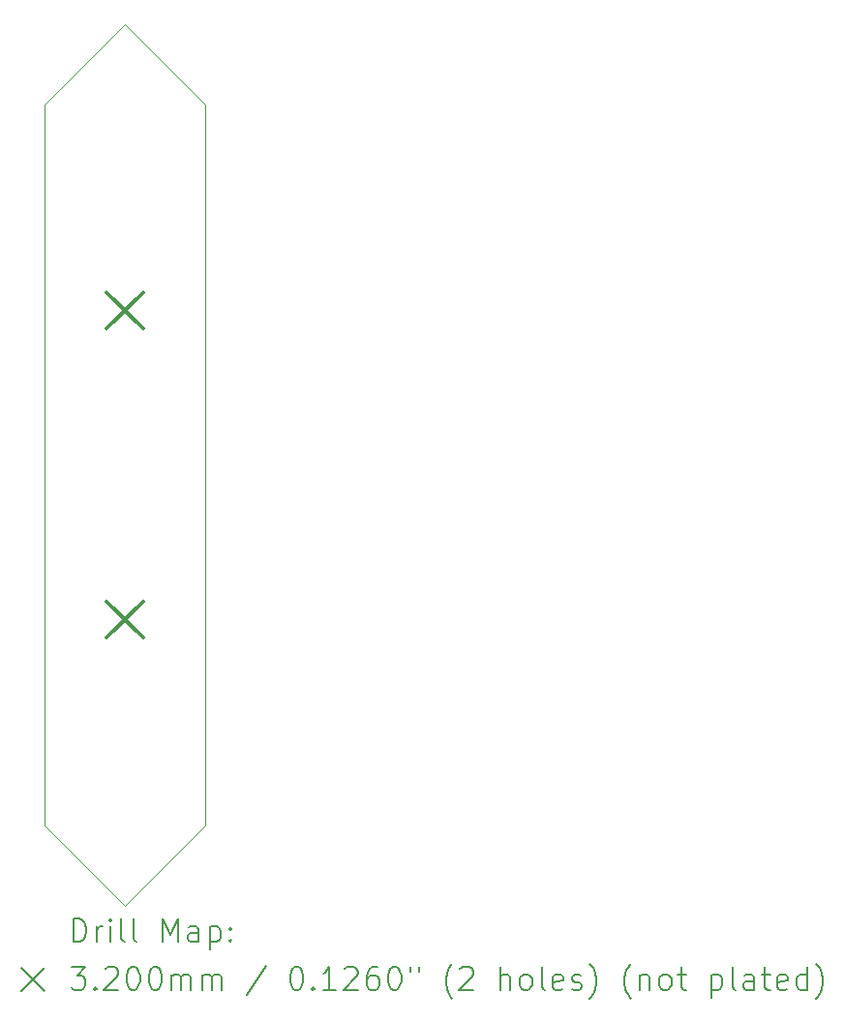
<source format=gbr>
%FSLAX45Y45*%
G04 Gerber Fmt 4.5, Leading zero omitted, Abs format (unit mm)*
G04 Created by KiCad (PCBNEW 6.0.2+dfsg-1) date 2022-11-12 16:17:31*
%MOMM*%
%LPD*%
G01*
G04 APERTURE LIST*
%TA.AperFunction,Profile*%
%ADD10C,0.100000*%
%TD*%
%ADD11C,0.200000*%
%ADD12C,0.320000*%
G04 APERTURE END LIST*
D10*
X15000000Y-5900000D02*
X15000000Y-12200000D01*
X15000000Y-12200000D02*
X14300000Y-12900000D01*
X14300000Y-12900000D02*
X13600000Y-12200000D01*
X13600000Y-12200000D02*
X13600000Y-5900000D01*
X13600000Y-5900000D02*
X14300000Y-5200000D01*
X14300000Y-5200000D02*
X15000000Y-5900000D01*
D11*
D12*
X14140000Y-7540000D02*
X14460000Y-7860000D01*
X14460000Y-7540000D02*
X14140000Y-7860000D01*
X14140000Y-10240000D02*
X14460000Y-10560000D01*
X14460000Y-10240000D02*
X14140000Y-10560000D01*
D11*
X13852619Y-13215476D02*
X13852619Y-13015476D01*
X13900238Y-13015476D01*
X13928809Y-13025000D01*
X13947857Y-13044048D01*
X13957381Y-13063095D01*
X13966905Y-13101190D01*
X13966905Y-13129762D01*
X13957381Y-13167857D01*
X13947857Y-13186905D01*
X13928809Y-13205952D01*
X13900238Y-13215476D01*
X13852619Y-13215476D01*
X14052619Y-13215476D02*
X14052619Y-13082143D01*
X14052619Y-13120238D02*
X14062143Y-13101190D01*
X14071667Y-13091667D01*
X14090714Y-13082143D01*
X14109762Y-13082143D01*
X14176428Y-13215476D02*
X14176428Y-13082143D01*
X14176428Y-13015476D02*
X14166905Y-13025000D01*
X14176428Y-13034524D01*
X14185952Y-13025000D01*
X14176428Y-13015476D01*
X14176428Y-13034524D01*
X14300238Y-13215476D02*
X14281190Y-13205952D01*
X14271667Y-13186905D01*
X14271667Y-13015476D01*
X14405000Y-13215476D02*
X14385952Y-13205952D01*
X14376428Y-13186905D01*
X14376428Y-13015476D01*
X14633571Y-13215476D02*
X14633571Y-13015476D01*
X14700238Y-13158333D01*
X14766905Y-13015476D01*
X14766905Y-13215476D01*
X14947857Y-13215476D02*
X14947857Y-13110714D01*
X14938333Y-13091667D01*
X14919286Y-13082143D01*
X14881190Y-13082143D01*
X14862143Y-13091667D01*
X14947857Y-13205952D02*
X14928809Y-13215476D01*
X14881190Y-13215476D01*
X14862143Y-13205952D01*
X14852619Y-13186905D01*
X14852619Y-13167857D01*
X14862143Y-13148809D01*
X14881190Y-13139286D01*
X14928809Y-13139286D01*
X14947857Y-13129762D01*
X15043095Y-13082143D02*
X15043095Y-13282143D01*
X15043095Y-13091667D02*
X15062143Y-13082143D01*
X15100238Y-13082143D01*
X15119286Y-13091667D01*
X15128809Y-13101190D01*
X15138333Y-13120238D01*
X15138333Y-13177381D01*
X15128809Y-13196428D01*
X15119286Y-13205952D01*
X15100238Y-13215476D01*
X15062143Y-13215476D01*
X15043095Y-13205952D01*
X15224048Y-13196428D02*
X15233571Y-13205952D01*
X15224048Y-13215476D01*
X15214524Y-13205952D01*
X15224048Y-13196428D01*
X15224048Y-13215476D01*
X15224048Y-13091667D02*
X15233571Y-13101190D01*
X15224048Y-13110714D01*
X15214524Y-13101190D01*
X15224048Y-13091667D01*
X15224048Y-13110714D01*
X13395000Y-13445000D02*
X13595000Y-13645000D01*
X13595000Y-13445000D02*
X13395000Y-13645000D01*
X13833571Y-13435476D02*
X13957381Y-13435476D01*
X13890714Y-13511667D01*
X13919286Y-13511667D01*
X13938333Y-13521190D01*
X13947857Y-13530714D01*
X13957381Y-13549762D01*
X13957381Y-13597381D01*
X13947857Y-13616428D01*
X13938333Y-13625952D01*
X13919286Y-13635476D01*
X13862143Y-13635476D01*
X13843095Y-13625952D01*
X13833571Y-13616428D01*
X14043095Y-13616428D02*
X14052619Y-13625952D01*
X14043095Y-13635476D01*
X14033571Y-13625952D01*
X14043095Y-13616428D01*
X14043095Y-13635476D01*
X14128809Y-13454524D02*
X14138333Y-13445000D01*
X14157381Y-13435476D01*
X14205000Y-13435476D01*
X14224048Y-13445000D01*
X14233571Y-13454524D01*
X14243095Y-13473571D01*
X14243095Y-13492619D01*
X14233571Y-13521190D01*
X14119286Y-13635476D01*
X14243095Y-13635476D01*
X14366905Y-13435476D02*
X14385952Y-13435476D01*
X14405000Y-13445000D01*
X14414524Y-13454524D01*
X14424048Y-13473571D01*
X14433571Y-13511667D01*
X14433571Y-13559286D01*
X14424048Y-13597381D01*
X14414524Y-13616428D01*
X14405000Y-13625952D01*
X14385952Y-13635476D01*
X14366905Y-13635476D01*
X14347857Y-13625952D01*
X14338333Y-13616428D01*
X14328809Y-13597381D01*
X14319286Y-13559286D01*
X14319286Y-13511667D01*
X14328809Y-13473571D01*
X14338333Y-13454524D01*
X14347857Y-13445000D01*
X14366905Y-13435476D01*
X14557381Y-13435476D02*
X14576428Y-13435476D01*
X14595476Y-13445000D01*
X14605000Y-13454524D01*
X14614524Y-13473571D01*
X14624048Y-13511667D01*
X14624048Y-13559286D01*
X14614524Y-13597381D01*
X14605000Y-13616428D01*
X14595476Y-13625952D01*
X14576428Y-13635476D01*
X14557381Y-13635476D01*
X14538333Y-13625952D01*
X14528809Y-13616428D01*
X14519286Y-13597381D01*
X14509762Y-13559286D01*
X14509762Y-13511667D01*
X14519286Y-13473571D01*
X14528809Y-13454524D01*
X14538333Y-13445000D01*
X14557381Y-13435476D01*
X14709762Y-13635476D02*
X14709762Y-13502143D01*
X14709762Y-13521190D02*
X14719286Y-13511667D01*
X14738333Y-13502143D01*
X14766905Y-13502143D01*
X14785952Y-13511667D01*
X14795476Y-13530714D01*
X14795476Y-13635476D01*
X14795476Y-13530714D02*
X14805000Y-13511667D01*
X14824048Y-13502143D01*
X14852619Y-13502143D01*
X14871667Y-13511667D01*
X14881190Y-13530714D01*
X14881190Y-13635476D01*
X14976428Y-13635476D02*
X14976428Y-13502143D01*
X14976428Y-13521190D02*
X14985952Y-13511667D01*
X15005000Y-13502143D01*
X15033571Y-13502143D01*
X15052619Y-13511667D01*
X15062143Y-13530714D01*
X15062143Y-13635476D01*
X15062143Y-13530714D02*
X15071667Y-13511667D01*
X15090714Y-13502143D01*
X15119286Y-13502143D01*
X15138333Y-13511667D01*
X15147857Y-13530714D01*
X15147857Y-13635476D01*
X15538333Y-13425952D02*
X15366905Y-13683095D01*
X15795476Y-13435476D02*
X15814524Y-13435476D01*
X15833571Y-13445000D01*
X15843095Y-13454524D01*
X15852619Y-13473571D01*
X15862143Y-13511667D01*
X15862143Y-13559286D01*
X15852619Y-13597381D01*
X15843095Y-13616428D01*
X15833571Y-13625952D01*
X15814524Y-13635476D01*
X15795476Y-13635476D01*
X15776428Y-13625952D01*
X15766905Y-13616428D01*
X15757381Y-13597381D01*
X15747857Y-13559286D01*
X15747857Y-13511667D01*
X15757381Y-13473571D01*
X15766905Y-13454524D01*
X15776428Y-13445000D01*
X15795476Y-13435476D01*
X15947857Y-13616428D02*
X15957381Y-13625952D01*
X15947857Y-13635476D01*
X15938333Y-13625952D01*
X15947857Y-13616428D01*
X15947857Y-13635476D01*
X16147857Y-13635476D02*
X16033571Y-13635476D01*
X16090714Y-13635476D02*
X16090714Y-13435476D01*
X16071667Y-13464048D01*
X16052619Y-13483095D01*
X16033571Y-13492619D01*
X16224048Y-13454524D02*
X16233571Y-13445000D01*
X16252619Y-13435476D01*
X16300238Y-13435476D01*
X16319286Y-13445000D01*
X16328809Y-13454524D01*
X16338333Y-13473571D01*
X16338333Y-13492619D01*
X16328809Y-13521190D01*
X16214524Y-13635476D01*
X16338333Y-13635476D01*
X16509762Y-13435476D02*
X16471667Y-13435476D01*
X16452619Y-13445000D01*
X16443095Y-13454524D01*
X16424048Y-13483095D01*
X16414524Y-13521190D01*
X16414524Y-13597381D01*
X16424048Y-13616428D01*
X16433571Y-13625952D01*
X16452619Y-13635476D01*
X16490714Y-13635476D01*
X16509762Y-13625952D01*
X16519286Y-13616428D01*
X16528809Y-13597381D01*
X16528809Y-13549762D01*
X16519286Y-13530714D01*
X16509762Y-13521190D01*
X16490714Y-13511667D01*
X16452619Y-13511667D01*
X16433571Y-13521190D01*
X16424048Y-13530714D01*
X16414524Y-13549762D01*
X16652619Y-13435476D02*
X16671667Y-13435476D01*
X16690714Y-13445000D01*
X16700238Y-13454524D01*
X16709762Y-13473571D01*
X16719286Y-13511667D01*
X16719286Y-13559286D01*
X16709762Y-13597381D01*
X16700238Y-13616428D01*
X16690714Y-13625952D01*
X16671667Y-13635476D01*
X16652619Y-13635476D01*
X16633571Y-13625952D01*
X16624048Y-13616428D01*
X16614524Y-13597381D01*
X16605000Y-13559286D01*
X16605000Y-13511667D01*
X16614524Y-13473571D01*
X16624048Y-13454524D01*
X16633571Y-13445000D01*
X16652619Y-13435476D01*
X16795476Y-13435476D02*
X16795476Y-13473571D01*
X16871667Y-13435476D02*
X16871667Y-13473571D01*
X17166905Y-13711667D02*
X17157381Y-13702143D01*
X17138333Y-13673571D01*
X17128810Y-13654524D01*
X17119286Y-13625952D01*
X17109762Y-13578333D01*
X17109762Y-13540238D01*
X17119286Y-13492619D01*
X17128810Y-13464048D01*
X17138333Y-13445000D01*
X17157381Y-13416428D01*
X17166905Y-13406905D01*
X17233571Y-13454524D02*
X17243095Y-13445000D01*
X17262143Y-13435476D01*
X17309762Y-13435476D01*
X17328810Y-13445000D01*
X17338333Y-13454524D01*
X17347857Y-13473571D01*
X17347857Y-13492619D01*
X17338333Y-13521190D01*
X17224048Y-13635476D01*
X17347857Y-13635476D01*
X17585952Y-13635476D02*
X17585952Y-13435476D01*
X17671667Y-13635476D02*
X17671667Y-13530714D01*
X17662143Y-13511667D01*
X17643095Y-13502143D01*
X17614524Y-13502143D01*
X17595476Y-13511667D01*
X17585952Y-13521190D01*
X17795476Y-13635476D02*
X17776429Y-13625952D01*
X17766905Y-13616428D01*
X17757381Y-13597381D01*
X17757381Y-13540238D01*
X17766905Y-13521190D01*
X17776429Y-13511667D01*
X17795476Y-13502143D01*
X17824048Y-13502143D01*
X17843095Y-13511667D01*
X17852619Y-13521190D01*
X17862143Y-13540238D01*
X17862143Y-13597381D01*
X17852619Y-13616428D01*
X17843095Y-13625952D01*
X17824048Y-13635476D01*
X17795476Y-13635476D01*
X17976429Y-13635476D02*
X17957381Y-13625952D01*
X17947857Y-13606905D01*
X17947857Y-13435476D01*
X18128810Y-13625952D02*
X18109762Y-13635476D01*
X18071667Y-13635476D01*
X18052619Y-13625952D01*
X18043095Y-13606905D01*
X18043095Y-13530714D01*
X18052619Y-13511667D01*
X18071667Y-13502143D01*
X18109762Y-13502143D01*
X18128810Y-13511667D01*
X18138333Y-13530714D01*
X18138333Y-13549762D01*
X18043095Y-13568809D01*
X18214524Y-13625952D02*
X18233571Y-13635476D01*
X18271667Y-13635476D01*
X18290714Y-13625952D01*
X18300238Y-13606905D01*
X18300238Y-13597381D01*
X18290714Y-13578333D01*
X18271667Y-13568809D01*
X18243095Y-13568809D01*
X18224048Y-13559286D01*
X18214524Y-13540238D01*
X18214524Y-13530714D01*
X18224048Y-13511667D01*
X18243095Y-13502143D01*
X18271667Y-13502143D01*
X18290714Y-13511667D01*
X18366905Y-13711667D02*
X18376429Y-13702143D01*
X18395476Y-13673571D01*
X18405000Y-13654524D01*
X18414524Y-13625952D01*
X18424048Y-13578333D01*
X18424048Y-13540238D01*
X18414524Y-13492619D01*
X18405000Y-13464048D01*
X18395476Y-13445000D01*
X18376429Y-13416428D01*
X18366905Y-13406905D01*
X18728810Y-13711667D02*
X18719286Y-13702143D01*
X18700238Y-13673571D01*
X18690714Y-13654524D01*
X18681190Y-13625952D01*
X18671667Y-13578333D01*
X18671667Y-13540238D01*
X18681190Y-13492619D01*
X18690714Y-13464048D01*
X18700238Y-13445000D01*
X18719286Y-13416428D01*
X18728810Y-13406905D01*
X18805000Y-13502143D02*
X18805000Y-13635476D01*
X18805000Y-13521190D02*
X18814524Y-13511667D01*
X18833571Y-13502143D01*
X18862143Y-13502143D01*
X18881190Y-13511667D01*
X18890714Y-13530714D01*
X18890714Y-13635476D01*
X19014524Y-13635476D02*
X18995476Y-13625952D01*
X18985952Y-13616428D01*
X18976429Y-13597381D01*
X18976429Y-13540238D01*
X18985952Y-13521190D01*
X18995476Y-13511667D01*
X19014524Y-13502143D01*
X19043095Y-13502143D01*
X19062143Y-13511667D01*
X19071667Y-13521190D01*
X19081190Y-13540238D01*
X19081190Y-13597381D01*
X19071667Y-13616428D01*
X19062143Y-13625952D01*
X19043095Y-13635476D01*
X19014524Y-13635476D01*
X19138333Y-13502143D02*
X19214524Y-13502143D01*
X19166905Y-13435476D02*
X19166905Y-13606905D01*
X19176429Y-13625952D01*
X19195476Y-13635476D01*
X19214524Y-13635476D01*
X19433571Y-13502143D02*
X19433571Y-13702143D01*
X19433571Y-13511667D02*
X19452619Y-13502143D01*
X19490714Y-13502143D01*
X19509762Y-13511667D01*
X19519286Y-13521190D01*
X19528810Y-13540238D01*
X19528810Y-13597381D01*
X19519286Y-13616428D01*
X19509762Y-13625952D01*
X19490714Y-13635476D01*
X19452619Y-13635476D01*
X19433571Y-13625952D01*
X19643095Y-13635476D02*
X19624048Y-13625952D01*
X19614524Y-13606905D01*
X19614524Y-13435476D01*
X19805000Y-13635476D02*
X19805000Y-13530714D01*
X19795476Y-13511667D01*
X19776429Y-13502143D01*
X19738333Y-13502143D01*
X19719286Y-13511667D01*
X19805000Y-13625952D02*
X19785952Y-13635476D01*
X19738333Y-13635476D01*
X19719286Y-13625952D01*
X19709762Y-13606905D01*
X19709762Y-13587857D01*
X19719286Y-13568809D01*
X19738333Y-13559286D01*
X19785952Y-13559286D01*
X19805000Y-13549762D01*
X19871667Y-13502143D02*
X19947857Y-13502143D01*
X19900238Y-13435476D02*
X19900238Y-13606905D01*
X19909762Y-13625952D01*
X19928810Y-13635476D01*
X19947857Y-13635476D01*
X20090714Y-13625952D02*
X20071667Y-13635476D01*
X20033571Y-13635476D01*
X20014524Y-13625952D01*
X20005000Y-13606905D01*
X20005000Y-13530714D01*
X20014524Y-13511667D01*
X20033571Y-13502143D01*
X20071667Y-13502143D01*
X20090714Y-13511667D01*
X20100238Y-13530714D01*
X20100238Y-13549762D01*
X20005000Y-13568809D01*
X20271667Y-13635476D02*
X20271667Y-13435476D01*
X20271667Y-13625952D02*
X20252619Y-13635476D01*
X20214524Y-13635476D01*
X20195476Y-13625952D01*
X20185952Y-13616428D01*
X20176429Y-13597381D01*
X20176429Y-13540238D01*
X20185952Y-13521190D01*
X20195476Y-13511667D01*
X20214524Y-13502143D01*
X20252619Y-13502143D01*
X20271667Y-13511667D01*
X20347857Y-13711667D02*
X20357381Y-13702143D01*
X20376429Y-13673571D01*
X20385952Y-13654524D01*
X20395476Y-13625952D01*
X20405000Y-13578333D01*
X20405000Y-13540238D01*
X20395476Y-13492619D01*
X20385952Y-13464048D01*
X20376429Y-13445000D01*
X20357381Y-13416428D01*
X20347857Y-13406905D01*
M02*

</source>
